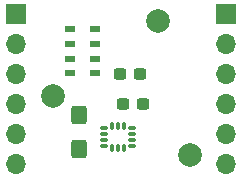
<source format=gbr>
%TF.GenerationSoftware,KiCad,Pcbnew,8.0.8*%
%TF.CreationDate,2025-02-11T20:59:27-05:00*%
%TF.ProjectId,IMU,494d552e-6b69-4636-9164-5f7063625858,rev?*%
%TF.SameCoordinates,Original*%
%TF.FileFunction,Soldermask,Top*%
%TF.FilePolarity,Negative*%
%FSLAX46Y46*%
G04 Gerber Fmt 4.6, Leading zero omitted, Abs format (unit mm)*
G04 Created by KiCad (PCBNEW 8.0.8) date 2025-02-11 20:59:27*
%MOMM*%
%LPD*%
G01*
G04 APERTURE LIST*
G04 Aperture macros list*
%AMRoundRect*
0 Rectangle with rounded corners*
0 $1 Rounding radius*
0 $2 $3 $4 $5 $6 $7 $8 $9 X,Y pos of 4 corners*
0 Add a 4 corners polygon primitive as box body*
4,1,4,$2,$3,$4,$5,$6,$7,$8,$9,$2,$3,0*
0 Add four circle primitives for the rounded corners*
1,1,$1+$1,$2,$3*
1,1,$1+$1,$4,$5*
1,1,$1+$1,$6,$7*
1,1,$1+$1,$8,$9*
0 Add four rect primitives between the rounded corners*
20,1,$1+$1,$2,$3,$4,$5,0*
20,1,$1+$1,$4,$5,$6,$7,0*
20,1,$1+$1,$6,$7,$8,$9,0*
20,1,$1+$1,$8,$9,$2,$3,0*%
G04 Aperture macros list end*
%ADD10C,2.000000*%
%ADD11R,1.700000X1.700000*%
%ADD12O,1.700000X1.700000*%
%ADD13RoundRect,0.250000X-0.425000X0.537500X-0.425000X-0.537500X0.425000X-0.537500X0.425000X0.537500X0*%
%ADD14RoundRect,0.087500X0.225000X0.087500X-0.225000X0.087500X-0.225000X-0.087500X0.225000X-0.087500X0*%
%ADD15RoundRect,0.087500X0.087500X0.225000X-0.087500X0.225000X-0.087500X-0.225000X0.087500X-0.225000X0*%
%ADD16RoundRect,0.237500X-0.300000X-0.237500X0.300000X-0.237500X0.300000X0.237500X-0.300000X0.237500X0*%
%ADD17R,0.950000X0.550000*%
G04 APERTURE END LIST*
D10*
%TO.C,FID1*%
X138694000Y-102976000D03*
%TD*%
%TO.C,FID2*%
X136027000Y-91673000D03*
%TD*%
D11*
%TO.C,J1*%
X141752000Y-91038000D03*
D12*
X141752000Y-93578000D03*
X141752000Y-96118000D03*
X141752000Y-98658000D03*
X141752000Y-101198000D03*
X141752000Y-103738000D03*
%TD*%
D13*
%TO.C,C2*%
X129312500Y-99654500D03*
X129312500Y-102529500D03*
%TD*%
D14*
%TO.C,U2*%
X133777000Y-102214000D03*
X133777000Y-101714000D03*
X133777000Y-101214000D03*
X133777000Y-100714000D03*
D15*
X133114500Y-100551500D03*
X132614500Y-100551500D03*
X132114500Y-100551500D03*
D14*
X131452000Y-100714000D03*
X131452000Y-101214000D03*
X131452000Y-101714000D03*
X131452000Y-102214000D03*
D15*
X132114500Y-102376500D03*
X132614500Y-102376500D03*
X133114500Y-102376500D03*
%TD*%
D10*
%TO.C,FID3*%
X127137000Y-98023000D03*
%TD*%
D16*
%TO.C,C1*%
X132751500Y-96118000D03*
X134476500Y-96118000D03*
%TD*%
D17*
%TO.C,U1*%
X130693000Y-96098000D03*
X130693000Y-94848000D03*
X130693000Y-93598000D03*
X130693000Y-92348000D03*
X128543000Y-92348000D03*
X128543000Y-93598000D03*
X128543000Y-94848000D03*
X128543000Y-96098000D03*
%TD*%
D16*
%TO.C,C3*%
X133032000Y-98679000D03*
X134757000Y-98679000D03*
%TD*%
D11*
%TO.C,J2*%
X123962000Y-91038000D03*
D12*
X123962000Y-93578000D03*
X123962000Y-96118000D03*
X123962000Y-98658000D03*
X123962000Y-101198000D03*
X123962000Y-103738000D03*
%TD*%
M02*

</source>
